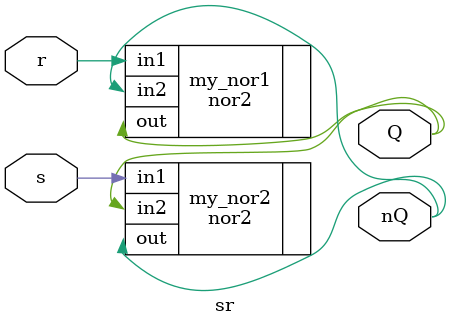
<source format=v>
module sr(
input s, r,
output Q, nQ);

nor2 my_nor1(.out(Q), .in1(r), .in2(nQ));
nor2 my_nor2(.out(nQ), .in1(s), .in2(Q));


endmodule

</source>
